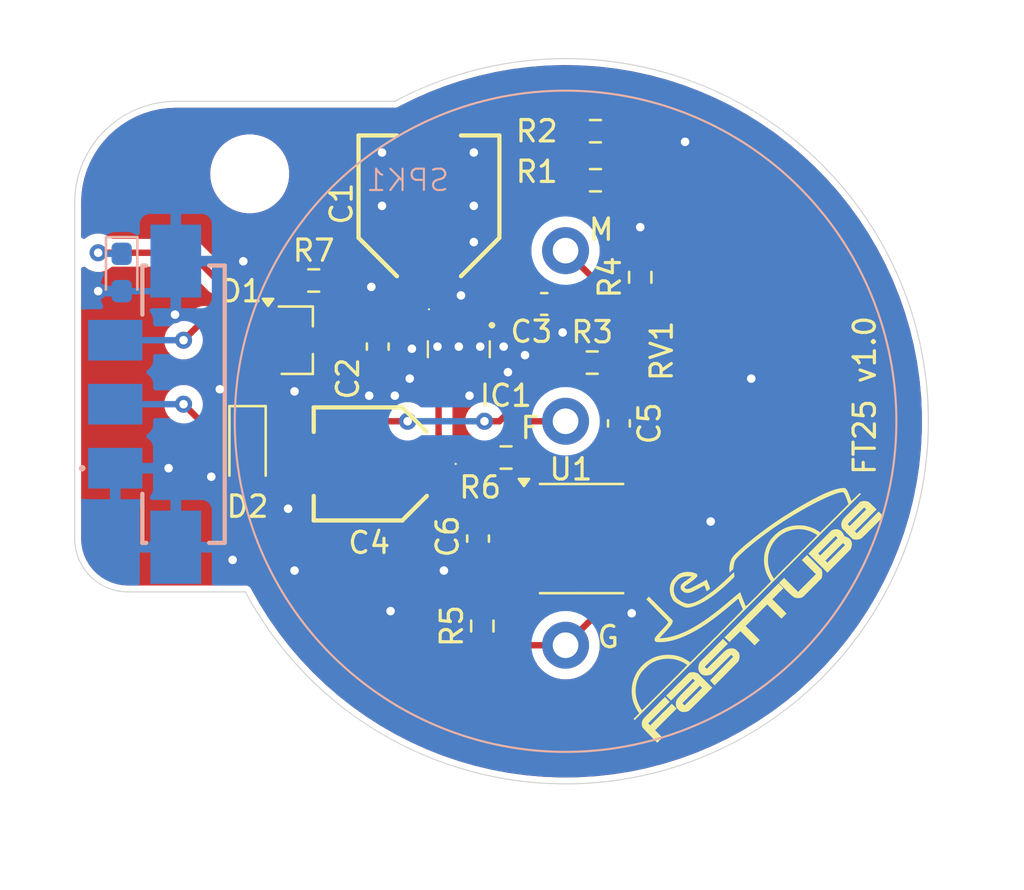
<source format=kicad_pcb>
(kicad_pcb
	(version 20240108)
	(generator "pcbnew")
	(generator_version "8.0")
	(general
		(thickness 1.6)
		(legacy_teardrops no)
	)
	(paper "A4")
	(layers
		(0 "F.Cu" signal)
		(31 "B.Cu" power)
		(32 "B.Adhes" user "B.Adhesive")
		(33 "F.Adhes" user "F.Adhesive")
		(34 "B.Paste" user)
		(35 "F.Paste" user)
		(37 "F.SilkS" user "F.Silkscreen")
		(38 "B.Mask" user)
		(39 "F.Mask" user)
		(40 "Dwgs.User" user "User.Drawings")
		(41 "Cmts.User" user "User.Comments")
		(42 "Eco1.User" user "User.Eco1")
		(43 "Eco2.User" user "User.Eco2")
		(44 "Edge.Cuts" user)
		(45 "Margin" user)
		(46 "B.CrtYd" user "B.Courtyard")
		(47 "F.CrtYd" user "F.Courtyard")
		(48 "B.Fab" user)
		(49 "F.Fab" user)
		(50 "User.1" user)
		(51 "User.2" user)
		(52 "User.3" user)
		(53 "User.4" user)
		(54 "User.5" user)
		(55 "User.6" user)
		(56 "User.7" user)
		(57 "User.8" user)
		(58 "User.9" user)
	)
	(setup
		(stackup
			(layer "F.SilkS"
				(type "Top Silk Screen")
			)
			(layer "F.Paste"
				(type "Top Solder Paste")
			)
			(layer "F.Mask"
				(type "Top Solder Mask")
				(thickness 0.01)
			)
			(layer "F.Cu"
				(type "copper")
				(thickness 0.035)
			)
			(layer "dielectric 1"
				(type "core")
				(thickness 1.51)
				(material "FR4")
				(epsilon_r 4.5)
				(loss_tangent 0.02)
			)
			(layer "B.Cu"
				(type "copper")
				(thickness 0.035)
			)
			(layer "B.Mask"
				(type "Bottom Solder Mask")
				(thickness 0.01)
			)
			(layer "B.Paste"
				(type "Bottom Solder Paste")
			)
			(layer "dielectric 2"
				(type "Bottom Silk Screen")
				(thickness 0)
				(material "FR4")
				(epsilon_r 4.5)
				(loss_tangent 0.02)
			)
			(copper_finish "None")
			(dielectric_constraints no)
		)
		(pad_to_mask_clearance 0)
		(allow_soldermask_bridges_in_footprints no)
		(pcbplotparams
			(layerselection 0x00010fc_ffffffff)
			(plot_on_all_layers_selection 0x0000000_00000000)
			(disableapertmacros no)
			(usegerberextensions no)
			(usegerberattributes yes)
			(usegerberadvancedattributes yes)
			(creategerberjobfile yes)
			(dashed_line_dash_ratio 12.000000)
			(dashed_line_gap_ratio 3.000000)
			(svgprecision 4)
			(plotframeref no)
			(viasonmask no)
			(mode 1)
			(useauxorigin no)
			(hpglpennumber 1)
			(hpglpenspeed 20)
			(hpglpendiameter 15.000000)
			(pdf_front_fp_property_popups yes)
			(pdf_back_fp_property_popups yes)
			(dxfpolygonmode yes)
			(dxfimperialunits yes)
			(dxfusepcbnewfont yes)
			(psnegative no)
			(psa4output no)
			(plotreference yes)
			(plotvalue yes)
			(plotfptext yes)
			(plotinvisibletext no)
			(sketchpadsonfab no)
			(subtractmaskfromsilk no)
			(outputformat 1)
			(mirror no)
			(drillshape 1)
			(scaleselection 1)
			(outputdirectory "")
		)
	)
	(net 0 "")
	(net 1 "VDD")
	(net 2 "GND")
	(net 3 "Net-(U1-FEED)")
	(net 4 "Net-(SPK1-M)")
	(net 5 "+24V")
	(net 6 "Net-(U1-HRNEN)")
	(net 7 "Net-(IC1-EN{slash}ADJ)")
	(net 8 "/SIG")
	(net 9 "Net-(SPK1-G)")
	(net 10 "Net-(SPK1-F)")
	(net 11 "Net-(D1-A)")
	(net 12 "unconnected-(U1-NC-Pad1)")
	(net 13 "unconnected-(U1-NC-Pad3)")
	(net 14 "Net-(R1-Pad2)")
	(net 15 "Net-(D3-K)")
	(footprint "Capacitor_SMD:C_0603_1608Metric_Pad1.08x0.95mm_HandSolder" (layer "F.Cu") (at 141.2 96.5 -90))
	(footprint "Capacitor_SMD:C_0603_1608Metric_Pad1.08x0.95mm_HandSolder" (layer "F.Cu") (at 145.9 105.5 90))
	(footprint "LOGO" (layer "F.Cu") (at 157.785054 107.960449 45))
	(footprint "Resistor_SMD:R_0603_1608Metric_Pad0.98x0.95mm_HandSolder" (layer "F.Cu") (at 146.1 109.6 90))
	(footprint "soundbox:06TR4FA104DPR" (layer "F.Cu") (at 159 95.5))
	(footprint "Capacitor_SMD:C_0603_1608Metric_Pad1.08x0.95mm_HandSolder" (layer "F.Cu") (at 149 94.5 180))
	(footprint "Resistor_SMD:R_0603_1608Metric_Pad0.98x0.95mm_HandSolder" (layer "F.Cu") (at 153.5 93.25 90))
	(footprint "soundbox:PG-SCT595-5" (layer "F.Cu") (at 145 96.5 180))
	(footprint "soundbox:EEE0GA101SR" (layer "F.Cu") (at 140.85 102 180))
	(footprint "Resistor_SMD:R_0603_1608Metric_Pad0.98x0.95mm_HandSolder" (layer "F.Cu") (at 147.2125 101.7))
	(footprint "Resistor_SMD:R_0603_1608Metric_Pad0.98x0.95mm_HandSolder" (layer "F.Cu") (at 151.4 88.7))
	(footprint "Package_TO_SOT_SMD:SOT-23_Handsoldering" (layer "F.Cu") (at 137.4 96.2))
	(footprint "Package_SO:SOIC-8_3.9x4.9mm_P1.27mm" (layer "F.Cu") (at 150.75 105.5))
	(footprint "soundbox:EEE1AA101SP" (layer "F.Cu") (at 143.6 89.9 90))
	(footprint "Resistor_SMD:R_0603_1608Metric_Pad0.98x0.95mm_HandSolder" (layer "F.Cu") (at 151.25 97.25))
	(footprint "Capacitor_SMD:C_0603_1608Metric_Pad1.08x0.95mm_HandSolder" (layer "F.Cu") (at 152.5 100.1 -90))
	(footprint "Diode_SMD:D_SOD-323_HandSoldering" (layer "F.Cu") (at 135.1 101.3 -90))
	(footprint "MountingHole:MountingHole_3.2mm_M3_DIN965" (layer "F.Cu") (at 135.2 88.4))
	(footprint "Resistor_SMD:R_0603_1608Metric_Pad0.98x0.95mm_HandSolder" (layer "F.Cu") (at 138.2 93.4))
	(footprint "Resistor_SMD:R_0603_1608Metric_Pad0.98x0.95mm_HandSolder" (layer "F.Cu") (at 151.4 86.4))
	(footprint "soundbox:TE Micro-Mate-N-Lok 1x03" (layer "B.Cu") (at 132.1 99.2 -90))
	(footprint "LED_SMD:LED_0603_1608Metric_Pad1.05x0.95mm_HandSolder" (layer "B.Cu") (at 129.2 93.025 -90))
	(footprint "soundbox:CPT-3016-105T" (layer "B.Cu") (at 150 100 180))
	(gr_arc
		(start 127 89.75)
		(mid 128.391243 86.391243)
		(end 131.75 85)
		(stroke
			(width 0.05)
			(type default)
		)
		(layer "Edge.Cuts")
		(uuid "0c9499f7-3257-4d1a-ab45-d3dea9659961")
	)
	(gr_line
		(start 131.75 85)
		(end 142 85)
		(stroke
			(width 0.05)
			(type default)
		)
		(layer "Edge.Cuts")
		(uuid "145b8ce2-1cdf-402f-8341-2813b341aab6")
	)
	(gr_line
		(start 127 89.75)
		(end 127 105.5)
		(stroke
			(width 0.05)
			(type default)
		)
		(layer "Edge.Cuts")
		(uuid "5702bfe5-fa35-42f9-b66d-dc1faf38af9f")
	)
	(gr_line
		(start 129.5 108)
		(end 135 108)
		(stroke
			(width 0.05)
			(type default)
		)
		(layer "Edge.Cuts")
		(uuid "7ce022d5-3481-46fd-850f-fa99ac5c91eb")
	)
	(gr_arc
		(start 142 85)
		(mid 166.263456 104.949746)
		(end 135.000001 108.000003)
		(stroke
			(width 0.05)
			(type default)
		)
		(layer "Edge.Cuts")
		(uuid "8a2c619c-8626-4af2-8c59-1422d0ba61b9")
	)
	(gr_arc
		(start 129.5 108)
		(mid 127.732233 107.267767)
		(end 127 105.5)
		(stroke
			(width 0.05)
			(type default)
		)
		(layer "Edge.Cuts")
		(uuid "e1634623-b024-4caa-9d4d-69a765686d49")
	)
	(gr_rect
		(start 127 83)
		(end 167 117)
		(stroke
			(width 0.01)
			(type default)
		)
		(fill none)
		(layer "User.1")
		(uuid "39b0a146-c4d4-4256-ae48-acf0ec4d99bd")
	)
	(gr_text "FT25 v1.0"
		(at 164.6 102.6 90)
		(layer "F.SilkS")
		(uuid "0568cae2-bee3-4247-bec4-4aec8861298f")
		(effects
			(font
				(size 1 1)
				(thickness 0.15)
			)
			(justify left bottom)
		)
	)
	(segment
		(start 144.05 100.6)
		(end 144.05 101.8)
		(width 0.3)
		(layer "F.Cu")
		(net 1)
		(uuid "0200de1e-f1d3-475e-904f-1ae67260540b")
	)
	(segment
		(start 144.05 103.45)
		(end 144.05 102.35)
		(width 0.3)
		(layer "F.Cu")
		(net 1)
		(uuid "0bc4b59f-3030-465f-99e6-8a96f1d37eff")
	)
	(segment
		(start 148.275 104.865)
		(end 146.1275 104.865)
		(width 0.3)
		(layer "F.Cu")
		(net 1)
		(uuid "4fcf3739-2429-46db-a6eb-520af12c0900")
	)
	(segment
		(start 144 97.75)
		(end 144.05 97.7)
		(width 0.3)
		(layer "F.Cu")
		(net 1)
		(uuid "b57598a9-8b18-4e03-89c1-05fa95734452")
	)
	(segment
		(start 144.05 97.7)
		(end 144.05 100.6)
		(width 0.3)
		(layer "F.Cu")
		(net 1)
		(uuid "b5e77050-d7d3-4d83-9482-2923ce921046")
	)
	(segment
		(start 142.85 101.8)
		(end 144.05 101.8)
		(width 0.3)
		(layer "F.Cu")
		(net 1)
		(uuid "b743f3e9-4660-4641-8a39-1aa2c34a7ec6")
	)
	(segment
		(start 144.05 102.35)
		(end 143.7 102)
		(width 0.3)
		(layer "F.Cu")
		(net 1)
		(uuid "c5bb5a80-74ea-46d0-bfec-228c952e0dc7")
	)
	(segment
		(start 145.9 104.6375)
		(end 145.2375 104.6375)
		(width 0.3)
		(layer "F.Cu")
		(net 1)
		(uuid "cd55c0ae-b94b-4f6e-88d8-0819b3376a66")
	)
	(segment
		(start 145.2375 104.6375)
		(end 144.05 103.45)
		(width 0.3)
		(layer "F.Cu")
		(net 1)
		(uuid "ea5494ea-c94c-4637-880a-57b8847c4db0")
	)
	(segment
		(start 146.1275 104.865)
		(end 145.9 104.6375)
		(width 0.3)
		(layer "F.Cu")
		(net 1)
		(uuid "f2ef52aa-2e6f-4866-8b2f-5ded5050ff85")
	)
	(segment
		(start 149.8625 95.8375)
		(end 149.8625 94.5)
		(width 0.3)
		(layer "F.Cu")
		(net 2)
		(uuid "71920597-7374-42a3-8e56-7b58da0dcf27")
	)
	(segment
		(start 144.9375 106.3625)
		(end 145.9 106.3625)
		(width 0.3)
		(layer "F.Cu")
		(net 2)
		(uuid "94618711-fb25-45c9-ba6d-6bf0757c171e")
	)
	(segment
		(start 144.3 107)
		(end 144.9375 106.3625)
		(width 0.3)
		(layer "F.Cu")
		(net 2)
		(uuid "de745790-ac23-4005-8032-b29fb642955f")
	)
	(via
		(at 155.6 86.9)
		(size 0.8)
		(drill 0.4)
		(layers "F.Cu" "B.Cu")
		(free yes)
		(net 2)
		(uuid "06a1a750-8536-4cf8-9192-35bc867304a9")
	)
	(via
		(at 145.7 91.6)
		(size 0.8)
		(drill 0.4)
		(layers "F.Cu" "B.Cu")
		(free yes)
		(net 2)
		(uuid "0db306fa-f0a3-4a00-87b1-7ed6fd918b81")
	)
	(via
		(at 140.8 98.8)
		(size 0.8)
		(drill 0.4)
		(layers "F.Cu" "B.Cu")
		(free yes)
		(net 2)
		(uuid "11677aed-5d35-4c15-8c41-230ac25975ee")
	)
	(via
		(at 142 98.8)
		(size 0.8)
		(drill 0.4)
		(layers "F.Cu" "B.Cu")
		(free yes)
		(net 2)
		(uuid "1634c358-6587-4d9e-a4c2-90a5ab1faafd")
	)
	(via
		(at 147.3 97.7)
		(size 0.8)
		(drill 0.4)
		(layers "F.Cu" "B.Cu")
		(free yes)
		(net 2)
		(uuid "1a418d52-d221-44b1-ad1d-91e97992ecb3")
	)
	(via
		(at 134.9 92.5)
		(size 0.8)
		(drill 0.4)
		(layers "F.Cu" "B.Cu")
		(free yes)
		(net 2)
		(uuid "1ae7c5ac-d660-4ab3-b3fa-65cf1c02d49f")
	)
	(via
		(at 141.4 87.4)
		(size 0.8)
		(drill 0.4)
		(layers "F.Cu" "B.Cu")
		(free yes)
		(net 2)
		(uuid "242c131a-7b58-4e7b-a56b-1eff90940cb4")
	)
	(via
		(at 142.7 98)
		(size 0.8)
		(drill 0.4)
		(layers "F.Cu" "B.Cu")
		(free yes)
		(net 2)
		(uuid "25345f8f-538d-46a3-b8d8-5a868b8a4bca")
	)
	(via
		(at 144.3 107)
		(size 0.8)
		(drill 0.4)
		(layers "F.Cu" "B.Cu")
		(net 2)
		(uuid "2a82b6e4-3e60-41fd-bd5d-f6a27f31de3c")
	)
	(via
		(at 134.4 106.5)
		(size 0.8)
		(drill 0.4)
		(layers "F.Cu" "B.Cu")
		(free yes)
		(net 2)
		(uuid "40f43ec0-ad56-49ad-9da1-70b7a7e2a5b3")
	)
	(via
		(at 153.5 90.9)
		(size 0.8)
		(drill 0.4)
		(layers "F.Cu" "B.Cu")
		(free yes)
		(net 2)
		(uuid "59e64dbd-0451-436f-844e-4c0d273598ba")
	)
	(via
		(at 148.1 96.9)
		(size 0.8)
		(drill 0.4)
		(layers "F.Cu" "B.Cu")
		(free yes)
		(net 2)
		(uuid "69cbc453-a834-432c-a06f-6af5e0115401")
	)
	(via
		(at 145 96.5)
		(size 0.8)
		(drill 0.4)
		(layers "F.Cu" "B.Cu")
		(free yes)
		(net 2)
		(uuid "6a66460c-c4ed-4cbb-ad75-8721cfb01e79")
	)
	(via
		(at 153.1 109)
		(size 0.8)
		(drill 0.4)
		(layers "F.Cu" "B.Cu")
		(free yes)
		(net 2)
		(uuid "7fa75b93-3a54-4ab9-823b-8664220d8fc0")
	)
	(via
		(at 137 104.1)
		(size 0.8)
		(drill 0.4)
		(layers "F.Cu" "B.Cu")
		(free yes)
		(net 2)
		(uuid "83ee66e4-35b7-421f-bd51-e9232ebc2f9c")
	)
	(via
		(at 145.7 87.4)
		(size 0.8)
		(drill 0.4)
		(layers "F.Cu" "B.Cu")
		(free yes)
		(net 2)
		(uuid "87ee8f62-5586-4ec4-bf64-4d8e7f4f3c00")
	)
	(via
		(at 142.8 96.6)
		(size 0.8)
		(drill 0.4)
		(layers "F.Cu" "B.Cu")
		(free yes)
		(net 2)
		(uuid "88f446c1-03c1-4aaf-8c6d-a532e3fea711")
	)
	(via
		(at 133.4 102.6)
		(size 0.8)
		(drill 0.4)
		(layers "F.Cu" "B.Cu")
		(free yes)
		(net 2)
		(uuid "92246a78-6004-4e5e-8693-ea3615729c12")
	)
	(via
		(at 131.4 102.2)
		(size 0.8)
		(drill 0.4)
		(layers "F.Cu" "B.Cu")
		(free yes)
		(net 2)
		(uuid "94bb3951-fb1a-46ff-acb9-ecec1cf0b654")
	)
	(via
		(at 140.9 93.7)
		(size 0.8)
		(drill 0.4)
		(layers "F.Cu" "B.Cu")
		(free yes)
		(net 2)
		(uuid "992c7461-a546-414a-83a3-be9358a4ffe2")
	)
	(via
		(at 145.7 89.9)
		(size 0.8)
		(drill 0.4)
		(layers "F.Cu" "B.Cu")
		(free yes)
		(net 2)
		(uuid "afb24003-5dc5-4adf-9efe-5e0f83e92297")
	)
	(via
		(at 145.1 94.1)
		(size 0.8)
		(drill 0.4)
		(layers "F.Cu" "B.Cu")
		(free yes)
		(net 2)
		(uuid "b57f5c0c-c97f-4e02-83ff-2ef698d42b64")
	)
	(via
		(at 145.5 98.8)
		(size 0.8)
		(drill 0.4)
		(layers "F.Cu" "B.Cu")
		(free yes)
		(net 2)
		(uuid "b5ab2b73-4634-4e0e-855d-42a626e2a677")
	)
	(via
		(at 158.7 98)
		(size 0.8)
		(drill 0.4)
		(layers "F.Cu" "B.Cu")
		(free yes)
		(net 2)
		(uuid "b76a2fc2-0f04-4ac7-8040-3c68efea3aaa")
	)
	(via
		(at 137.3 107)
		(size 0.8)
		(drill 0.4)
		(layers "F.Cu" "B.Cu")
		(free yes)
		(net 2)
		(uuid "b84a5bb6-38b6-489a-88d5-f98f5bcf4f0a")
	)
	(via
		(at 128.1 93.9)
		(size 0.8)
		(drill 0.4)
		(layers "F.Cu" "B.Cu")
		(free yes)
		(net 2)
		(uuid "c6f53ace-18f2-4464-867c-521c9da61925")
	)
	(via
		(at 141.4 89.9)
		(size 0.8)
		(drill 0.4)
		(layers "F.Cu" "B.Cu")
		(free yes)
		(net 2)
		(uuid "ce35d305-acce-470c-a782-1e723ff90853")
	)
	(via
		(at 146 96.5)
		(size 0.8)
		(drill 0.4)
		(layers "F.Cu" "B.Cu")
		(free yes)
		(net 2)
		(uuid "ce89bd32-5eb5-4729-8660-e03d2d9f2e18")
	)
	(via
		(at 147.1 96.5)
		(size 0.8)
		(drill 0.4)
		(layers "F.Cu" "B.Cu")
		(free yes)
		(net 2)
		(uuid "d6efebd2-3405-41b1-bc0d-84897ffc75fb")
	)
	(via
		(at 131.7 95)
		(size 0.8)
		(drill 0.4)
		(layers "F.Cu" "B.Cu")
		(free yes)
		(net 2)
		(uuid "d7aa9736-678b-4114-bba8-f45e0afe47b8")
	)
	(via
		(at 149.8625 95.8375)
		(size 0.8)
		(drill 0.4)
		(layers "F.Cu" "B.Cu")
		(free yes)
		(net 2)
		(uuid "d8f12fb1-bcf4-4713-a92c-8cd19cfe334a")
	)
	(via
		(at 156.8 104.7)
		(size 0.8)
		(drill 0.4)
		(layers "F.Cu" "B.Cu")
		(free yes)
		(net 2)
		(uuid "db890ffb-38c3-4b56-bb01-106cd42901c5")
	)
	(via
		(at 144 96.5)
		(size 0.8)
		(drill 0.4)
		(layers "F.Cu" "B.Cu")
		(free yes)
		(net 2)
		(uuid "dcf1182a-9346-40f1-9a54-d1175b80aebf")
	)
	(via
		(at 141.8 108.9)
		(size 0.8)
		(drill 0.4)
		(layers "F.Cu" "B.Cu")
		(free yes)
		(net 2)
		(uuid "dee0939a-5e0d-4315-a470-5bde3c7fcd15")
	)
	(via
		(at 133.8 98.5)
		(size 0.8)
		(drill 0.4)
		(layers "F.Cu" "B.Cu")
		(free yes)
		(net 2)
		(uuid "e8553ab2-d140-422f-8e37-c9cd37b98698")
	)
	(via
		(at 137.3 98.6)
		(size 0.8)
		(drill 0.4)
		(layers "F.Cu" "B.Cu")
		(free yes)
		(net 2)
		(uuid "ecf13844-64d3-4d09-826f-01f2a3714814")
	)
	(segment
		(start 129.2 93.9)
		(end 128.1 93.9)
		(width 0.3)
		(layer "B.Cu")
		(net 2)
		(uuid "0cd55f2d-7311-4b5c-ba7a-e89fc8f4f5e2")
	)
	(segment
		(start 129.2 93.9)
		(end 130.9 93.9)
		(width 0.3)
		(layer "B.Cu")
		(net 2)
		(uuid "695536ad-dab6-488d-b9b0-7a98161ce5c4")
	)
	(segment
		(start 130.9 93.9)
		(end 131.7375 93.0625)
		(width 0.3)
		(layer "B.Cu")
		(net 2)
		(uuid "a1e3a54f-ef9b-4cb1-ad1f-f7b347cb09ab")
	)
	(segment
		(start 131.7375 93.0625)
		(end 131.7375 92.49)
		(width 0.3)
		(layer "B.Cu")
		(net 2)
		(uuid "bb0f4da9-66c2-4933-9835-f0fd5210320e")
	)
	(segment
		(start 149.9 106.9)
		(end 149.395 107.405)
		(width 0.3)
		(layer "F.Cu")
		(net 3)
		(uuid "072347fb-8a85-4b8b-9cdd-570becb73639")
	)
	(segment
		(start 149.7 103)
		(end 150.1 103)
		(width 0.3)
		(layer "F.Cu")
		(net 3)
		(uuid "11e8214e-b373-43c8-ae68-38b5e3213818")
	)
	(segment
		(start 152.1375 100.9625)
		(end 152.5 100.9625)
		(width 0.3)
		(layer "F.Cu")
		(net 3)
		(uuid "25f2b0a8-c502-408e-8164-4ce47b492466")
	)
	(segment
		(start 149.9 103.2)
		(end 150.1 103)
		(width 0.3)
		(layer "F.Cu")
		(net 3)
		(uuid "30c377f0-684f-4468-bc59-12db9983da53")
	)
	(segment
		(start 148.125 101.7)
		(end 148.4 101.7)
		(width 0.3)
		(layer "F.Cu")
		(net 3)
		(uuid "68a5e2c6-7d6d-4572-b044-716560f93b78")
	)
	(segment
		(start 149.395 107.405)
		(end 148.275 107.405)
		(width 0.3)
		(layer "F.Cu")
		(net 3)
		(uuid "743d24b5-976d-4645-9863-8a0ee42aafcc")
	)
	(segment
		(start 149.7 103)
		(end 149.9 103.2)
		(width 0.3)
		(layer "F.Cu")
		(net 3)
		(uuid "78005be2-efb6-4035-8dcc-eb81a73eb354")
	)
	(segment
		(start 150.1 103)
		(end 152.1375 100.9625)
		(width 0.3)
		(layer "F.Cu")
		(net 3)
		(uuid "8781c6ea-0942-46f3-9027-bf40e47d732e")
	)
	(segment
		(start 148.4 101.7)
		(end 149.7 103)
		(width 0.3)
		(layer "F.Cu")
		(net 3)
		(uuid "b404ab0a-8eff-45cf-aa85-93b0c45359af")
	)
	(segment
		(start 148.275 107.405)
		(end 146.695 107.405)
		(width 0.3)
		(layer "F.Cu")
		(net 3)
		(uuid "b7f262e9-2b47-4bf3-b8ee-027a7b5af4f2")
	)
	(segment
		(start 146.1 108)
		(end 146.1 108.6875)
		(width 0.3)
		(layer "F.Cu")
		(net 3)
		(uuid "c9351f02-0ad6-4a13-8880-e8a5264c1232")
	)
	(segment
		(start 149.9 103.2)
		(end 149.9 106.9)
		(width 0.3)
		(layer "F.Cu")
		(net 3)
		(uuid "cb404238-cfe4-4c89-80e5-10dbaa60b65d")
	)
	(segment
		(start 146.695 107.405)
		(end 146.1 108)
		(width 0.3)
		(layer "F.Cu")
		(net 3)
		(uuid "dfaba7fd-470f-4ac3-a265-6437310b768d")
	)
	(segment
		(start 152.4375 99.2375)
		(end 151.25 98.05)
		(width 0.3)
		(layer "F.Cu")
		(net 4)
		(uuid "16673ef8-2781-4e29-9ce0-ce8e17a8506f")
	)
	(segment
		(start 151.8 103.2)
		(end 153.4 101.6)
		(width 0.3)
		(layer "F.Cu")
		(net 4)
		(uuid "3da75233-b6b6-4c1f-b236-e40923ca1e21")
	)
	(segment
		(start 151.25 93.25)
		(end 150 92)
		(width 0.3)
		(layer "F.Cu")
		(net 4)
		(uuid "65a1f3a9-a9a4-4ebb-ac3b-643abefa83e6")
	)
	(segment
		(start 153.225 104.865)
		(end 152.365 104.865)
		(width 0.3)
		(layer "F.Cu")
		(net 4)
		(uuid "70d18280-a1a2-4a91-932e-2683647e553b")
	)
	(segment
		(start 151.8 104.3)
		(end 151.8 103.2)
		(width 0.3)
		(layer "F.Cu")
		(net 4)
		(uuid "93c204e2-e82a-439a-8e55-cfd5c3a86dd5")
	)
	(segment
		(start 153.4 100.1375)
		(end 152.5 99.2375)
		(width 0.3)
		(layer "F.Cu")
		(net 4)
		(uuid "9d75660a-4465-4fd8-b749-fa8c264b29dc")
	)
	(segment
		(start 152.5 99.2375)
		(end 152.4375 99.2375)
		(width 0.3)
		(layer "F.Cu")
		(net 4)
		(uuid "a6446cac-3f7e-47c6-8ffe-f93642c45dd3")
	)
	(segment
		(start 153.4 101.6)
		(end 153.4 100.1375)
		(width 0.3)
		(layer "F.Cu")
		(net 4)
		(uuid "d29ca72d-fd75-4e63-a9ef-bb7bfd16a48c")
	)
	(segment
		(start 151.25 98.05)
		(end 151.25 93.25)
		(width 0.3)
		(layer "F.Cu")
		(net 4)
		(uuid "f5fbbc68-e833-4c48-80bb-defc46a5cc2a")
	)
	(segment
		(start 152.365 104.865)
		(end 151.8 104.3)
		(width 0.3)
		(layer "F.Cu")
		(net 4)
		(uuid "fda7703d-c832-413a-bf81-807f5eea4c8c")
	)
	(segment
		(start 139.1125 95.9875)
		(end 138.9 96.2)
		(width 0.3)
		(layer "F.Cu")
		(net 5)
		(uuid "0c680efc-7feb-42ee-a649-48367faca43c")
	)
	(segment
		(start 147.7 92)
		(end 147.7 91)
		(width 0.3)
		(layer "F.Cu")
		(net 5)
		(uuid "1714de18-f19e-4a1d-9fcb-abbc4390ca85")
	)
	(segment
		(start 141.5875 95.25)
		(end 144 95.25)
		(width 0.3)
		(layer "F.Cu")
		(net 5)
		(uuid "3cdd5ae0-fe74-40b7-91eb-253b46d6524f")
	)
	(segment
		(start 143.6 94.4)
		(end 144.05 94.85)
		(width 0.3)
		(layer "F.Cu")
		(net 5)
		(uuid "5cfb3353-0791-41e6-bccb-971103ac1a26")
	)
	(segment
		(start 139.1125 93.4)
		(end 139.1125 95.9875)
		(width 0.3)
		(layer "F.Cu")
		(net 5)
		(uuid "5d30a03b-2cd2-463f-ac74-ba9c1ef6597b")
	)
	(segment
		(start 144.05 94.85)
		(end 144.05 95.3)
		(width 0.3)
		(layer "F.Cu")
		(net 5)
		(uuid "621ce208-3109-48a3-945d-31c8a7be375d")
	)
	(segment
		(start 140.1125 95.6375)
		(end 141.2 95.6375)
		(width 0.3)
		(layer "F.Cu")
		(net 5)
		(uuid "741a27be-6162-47b2-ad04-96fb7ac0b279")
	)
	(segment
		(start 144.3 93.1)
		(end 146.6 93.1)
		(width 0.3)
		(layer "F.Cu")
		(net 5)
		(uuid "7d813ea8-5ed9-49a4-98e1-c2993e25371a")
	)
	(segment
		(start 150 88.7)
		(end 150.4875 88.7)
		(width 0.3)
		(layer "F.Cu")
		(net 5)
		(uuid "91449544-3d85-43bf-892d-142f30243a74")
	)
	(segment
		(start 146.6 93.1)
		(end 147.7 92)
		(width 0.3)
		(layer "F.Cu")
		(net 5)
		(uuid "a21a02bd-2759-401c-b257-6fddf78b91b4")
	)
	(segment
		(start 147.7 91)
		(end 150 88.7)
		(width 0.3)
		(layer "F.Cu")
		(net 5)
		(uuid "b0d0a533-03d1-4d10-9c9d-275a057f1864")
	)
	(segment
		(start 138.9 96.2)
		(end 139.55 96.2)
		(width 0.3)
		(layer "F.Cu")
		(net 5)
		(uuid "bd107eda-4f5e-4951-931b-0b65bc3ea725")
	)
	(segment
		(start 143.6 92.4)
		(end 144.3 93.1)
		(width 0.3)
		(layer "F.Cu")
		(net 5)
		(uuid "bdbf9fa0-e6ce-431f-be19-940864357b67")
	)
	(segment
		(start 141.2 95.6375)
		(end 141.5875 95.25)
		(width 0.3)
		(layer "F.Cu")
		(net 5)
		(uuid "c70a6765-40cc-46c1-a2d9-b3050acd3216")
	)
	(segment
		(start 139.55 96.2)
		(end 140.1125 95.6375)
		(width 0.3)
		(layer "F.Cu")
		(net 5)
		(uuid "e1a2c8d8-ddc3-4812-a16f-2c720999d104")
	)
	(segment
		(start 143.6 92.4)
		(end 143.6 94.4)
		(width 0.3)
		(layer "F.Cu")
		(net 5)
		(uuid "e50a271d-fbd0-4824-a5eb-2812063731a2")
	)
	(segment
		(start 150.4875 86.4)
		(end 150.4875 88.7)
		(width 0.3)
		(layer "F.Cu")
		(net 5)
		(uuid "e74d25ae-28d4-40ff-aaa6-db74846f4d2c")
	)
	(segment
		(start 152.1625 97.25)
		(end 154 99.0875)
		(width 0.3)
		(layer "F.Cu")
		(net 6)
		(uuid "3373c322-f050-48d0-bec9-783b14de9a20")
	)
	(segment
		(start 152.1625 97.25)
		(end 152.25 97.25)
		(width 0.3)
		(layer "F.Cu")
		(net 6)
		(uuid "52311879-8ed6-466b-bba9-44d036750aed")
	)
	(segment
		(start 154 102.82)
		(end 153.225 103.595)
		(width 0.3)
		(layer "F.Cu")
		(net 6)
		(uuid "5c9a70c6-3c37-4136-aee2-631c370f708c")
	)
	(segment
		(start 154 99.0875)
		(end 154 102.82)
		(width 0.3)
		(layer "F.Cu")
		(net 6)
		(uuid "e057f958-100b-4a61-bfb9-9d5cd19452f3")
	)
	(segment
		(start 153.5 96)
		(end 153.5 94.1625)
		(width 0.3)
		(layer "F.Cu")
		(net 6)
		(uuid "ef8cfd81-6cb9-4d71-b3bf-0610e509a439")
	)
	(segment
		(start 152.25 97.25)
		(end 153.5 96)
		(width 0.3)
		(layer "F.Cu")
		(net 6)
		(uuid "fa2f396c-09cf-4795-881a-85a4b4ae0039")
	)
	(segment
		(start 159 91.225)
		(end 157.525 89.75)
		(width 0.3)
		(layer "F.Cu")
		(net 7)
		(uuid "10e80ff1-24c9-4e99-a6ae-40c6b4da76d7")
	)
	(segment
		(start 145.95 95.3)
		(end 147.425 93.825)
		(width 0.3)
		(layer "F.Cu")
		(net 7)
		(uuid "69f64f3f-7002-47e9-8d79-e5b3fa90185e")
	)
	(segment
		(start 148.25 93)
		(end 147.425 93.825)
		(width 0.3)
		(layer "F.Cu")
		(net 7)
		(uuid "71a75b59-ac82-42df-ab4d-24534136247c")
	)
	(segment
		(start 149.75 89.75)
		(end 148.25 91.25)
		(width 0.3)
		(layer "F.Cu")
		(net 7)
		(uuid "7c187c0d-5463-49e4-b302-7e6b907a001c")
	)
	(segment
		(start 157.525 89.75)
		(end 149.75 89.75)
		(width 0.3)
		(layer "F.Cu")
		(net 7)
		(uuid "8caf3322-20bd-4792-87d4-2ac4b6e61f44")
	)
	(segment
		(start 148.1375 94.5)
		(end 148.1 94.5)
		(width 0.3)
		(layer "F.Cu")
		(net 7)
		(uuid "c7a1fbfd-de61-4daa-8cec-99339a910f45")
	)
	(segment
		(start 148.1 94.5)
		(end 147.425 93.825)
		(width 0.3)
		(layer "F.Cu")
		(net 7)
		(uuid "fb5c3ebe-ae4a-47c1-bc91-695929b1d538")
	)
	(segment
		(start 148.25 91.25)
		(end 148.25 93)
		(width 0.3)
		(layer "F.Cu")
		(net 7)
		(uuid "fd5ccc6b-1f50-4929-b1e8-f7fa3b79e0ff")
	)
	(segment
		(start 149.65 97.25)
		(end 150.3375 97.25)
		(width 0.3)
		(layer "F.Cu")
		(net 8)
		(uuid "49712491-cc98-417d-9fd7-6bea8419dd0f")
	)
	(segment
		(start 146.2 100)
		(end 146.9 100)
		(width 0.3)
		(layer "F.Cu")
		(net 8)
		(uuid "527f361a-886e-4d3e-b2f8-d2e7b77728ba")
	)
	(segment
		(start 132.9 100)
		(end 132.1 99.2)
		(width 0.3)
		(layer "F.Cu")
		(net 8)
		(uuid "5baef98e-5189-4eb0-8387-1bdec159583f")
	)
	(segment
		(start 142.6 100)
		(end 132.9 100)
		(width 0.3)
		(layer "F.Cu")
		(net 8)
		(uuid "c74e87f2-4beb-42a2-8bce-759a3bbe4814")
	)
	(segment
		(start 146.9 100)
		(end 149.65 97.25)
		(width 0.3)
		(layer "F.Cu")
		(net 8)
		(uuid "eab867c7-f470-4870-8085-66ac175dac89")
	)
	(via
		(at 146.2 100)
		(size 0.8)
		(drill 0.4)
		(layers "F.Cu" "B.Cu")
		(net 8)
		(uuid "3e77b714-44f3-4163-8c08-87f52830b850")
	)
	(via
		(at 142.6 100)
		(size 0.8)
		(drill 0.4)
		(layers "F.Cu" "B.Cu")
		(net 8)
		(uuid "5281ce56-3ddb-4cc6-af00-7d45d7765312")
	)
	(via
		(at 132.1 99.2)
		(size 0.8)
		(drill 0.4)
		(layers "F.Cu" "B.Cu")
		(net 8)
		(uuid "b37c375d-dd82-4e8f-af80-140a5bedd833")
	)
	(segment
		(start 132.1 99.2)
		(end 128.9 99.2)
		(width 0.3)
		(layer "B.Cu")
		(net 8)
		(uuid "550c766a-656c-4f02-959e-6002256314dc")
	)
	(segment
		(start 142.6 100)
		(end 146.2 100)
		(width 0.3)
		(layer "B.Cu")
		(net 8)
		(uuid "7f30ac41-d40b-4057-b41b-f5859121de8d")
	)
	(segment
		(start 146.1 110.5125)
		(end 146.1125 110.5)
		(width 0.3)
		(layer "F.Cu")
		(net 9)
		(uuid "0985b6fd-d180-4fc5-bce9-3d6204322516")
	)
	(segment
		(start 150 110.5)
		(end 151.3 109.2)
		(width 0.3)
		(layer "F.Cu")
		(net 9)
		(uuid "29833cd4-ae84-47c3-a086-4dfcd0ca3a64")
	)
	(segment
		(start 146.1125 110.5)
		(end 150 110.5)
		(width 0.3)
		(layer "F.Cu")
		(net 9)
		(uuid "924cc875-b40f-4c52-9192-86ac241c9175")
	)
	(segment
		(start 151.965 106.135)
		(end 153.225 106.135)
		(width 0.3)
		(layer "F.Cu")
		(net 9)
		(uuid "d32f4e74-f404-477c-91c6-11336f273e81")
	)
	(segment
		(start 151.3 109.2)
		(end 151.3 106.8)
		(width 0.3)
		(layer "F.Cu")
		(net 9)
		(uuid "e4c7c31e-d0bc-4d47-b7ae-acbdc347fd7a")
	)
	(segment
		(start 151.3 106.8)
		(end 151.965 106.135)
		(width 0.3)
		(layer "F.Cu")
		(net 9)
		(uuid "e78a7e10-98f9-4831-bed7-9f8aafb304a1")
	)
	(segment
		(start 148 100)
		(end 150 100)
		(width 0.3)
		(layer "F.Cu")
		(net 10)
		(uuid "3742acb2-820e-4999-be63-afbe5ee5925a")
	)
	(segment
		(start 146.3 101.7)
		(end 148 100)
		(width 0.3)
		(layer "F.Cu")
		(net 10)
		(uuid "85bef4ca-4201-41d1-8bbe-9a35f0aa61c3")
	)
	(segment
		(start 133.05 95.25)
		(end 132.1 96.2)
		(width 0.3)
		(layer "F.Cu")
		(net 11)
		(uuid "c05adb94-fcf2-46f2-9995-128d27f8e65d")
	)
	(segment
		(start 135.9 95.25)
		(end 133.05 95.25)
		(width 0.3)
		(layer "F.Cu")
		(net 11)
		(uuid "f2a95a8c-f339-4b8b-9434-a14fdffa8c9d")
	)
	(via
		(at 132.1 96.2)
		(size 0.8)
		(drill 0.4)
		(layers "F.Cu" "B.Cu")
		(net 11)
		(uuid "ec99fa40-5d9d-41a8-9fe6-5b497feb807a")
	)
	(segment
		(start 132.1 96.2)
		(end 128.9 96.2)
		(width 0.3)
		(layer "B.Cu")
		(net 11)
		(uuid "84b5106d-4355-40eb-8239-1ba06ac7f42a")
	)
	(segment
		(start 161.15 100.425)
		(end 161.15 89.95)
		(width 0.3)
		(layer "F.Cu")
		(net 14)
		(uuid "26979417-b786-4be8-984f-7d0738cdff24")
	)
	(segment
		(start 161.15 89.95)
		(end 159.9 88.7)
		(width 0.3)
		(layer "F.Cu")
		(net 14)
		(uuid "7718b055-c971-4cec-ab44-672e9f6976fc")
	)
	(segment
		(start 159.9 88.7)
		(end 152.3125 88.7)
		(width 0.3)
		(layer "F.Cu")
		(net 14)
		(uuid "8f63e3d9-dbb7-40be-853d-4d064e73fe36")
	)
	(segment
		(start 152.3125 86.4)
		(end 152.3125 88.7)
		(width 0.3)
		(layer "F.Cu")
		(net 14)
		(uuid "d1f80375-c994-4ac9-a326-cf0882761c94")
	)
	(segment
		(start 132.4 92.1)
		(end 133.7 93.4)
		(width 0.3)
		(layer "F.Cu")
		(net 15)
		(uuid "491fd4ca-186c-4fc1-8594-ba9a84878f43")
	)
	(segment
		(start 128.1 92.1)
		(end 132.4 92.1)
		(width 0.3)
		(layer "F.Cu")
		(net 15)
		(uuid "b53c70f5-29df-4bef-ad9d-d147fce60c95")
	)
	(segment
		(start 133.7 93.4)
		(end 137.2875 93.4)
		(width 0.3)
		(layer "F.Cu")
		(net 15)
		(uuid "db62fcb2-2b63-4611-a236-89202474a873")
	)
	(via
		(at 128.1 92.1)
		(size 0.8)
		(drill 0.4)
		(layers "F.Cu" "B.Cu")
		(net 15)
		(uuid "f4a19a0b-e130-4c3f-8df1-dd8a57e865aa")
	)
	(segment
		(start 129.2 92.15)
		(end 128.15 92.15)
		(width 0.3)
		(layer "B.Cu")
		(net 15)
		(uuid "03222ce5-a326-4457-99bd-d56656ecb526")
	)
	(segment
		(start 128.15 92.15)
		(end 128.1 92.1)
		(width 0.3)
		(layer "B.Cu")
		(net 15)
		(uuid "e4aeac96-58e7-412a-b1d2-b417bd587c3d")
	)
	(zone
		(net 2)
		(net_name "GND")
		(layers "F&B.Cu")
		(uuid "f9e29ff1-ed6b-4444-a671-19fb7397cf29")
		(hatch edge 0.5)
		(connect_pads
			(clearance 0.5)
		)
		(min_thickness 0.25)
		(filled_areas_thickness no)
		(fill yes
			(thermal_gap 0.5)
			(thermal_bridge_width 0.5)
		)
		(polygon
			(pts
				(xy 123.5 80.25) (xy 171.5 80.25) (xy 171.5 122) (xy 123.5 122)
			)
		)
		(filled_polygon
			(layer "F.Cu")
			(pts
				(xy 150.738849 83.316924) (xy 150.744832 83.317191) (xy 151.548128 83.372487) (xy 151.554089 83.373043)
				(xy 152.353772 83.467285) (xy 152.359713 83.468132) (xy 153.153872 83.601098) (xy 153.159756 83.602231)
				(xy 153.946502 83.773602) (xy 153.952355 83.775027) (xy 154.729831 83.984396) (xy 154.735607 83.986103)
				(xy 155.502 84.232982) (xy 155.507668 84.23496) (xy 155.996378 84.419032) (xy 156.2612 84.518778)
				(xy 156.266784 84.521038) (xy 156.498304 84.621332) (xy 157.005625 84.841104) (xy 157.011068 84.843621)
				(xy 157.733508 85.199198) (xy 157.738804 85.201966) (xy 158.173492 85.442812) (xy 158.443116 85.592202)
				(xy 158.448313 85.595248) (xy 159.132857 86.019234) (xy 159.137896 86.022528) (xy 159.360299 86.175704)
				(xy 159.801005 86.479232) (xy 159.805881 86.482768) (xy 160.446027 86.971133) (xy 160.450726 86.974901)
				(xy 161.066433 87.493804) (xy 161.070943 87.497797) (xy 161.652357 88.038211) (xy 161.660699 88.045964)
				(xy 161.665001 88.050162) (xy 161.833895 88.223176) (xy 162.227448 88.62633) (xy 162.23155 88.630741)
				(xy 162.55509 88.9961) (xy 162.753549 89.220212) (xy 162.765352 89.23354) (xy 162.769235 89.238145)
				(xy 163.273141 89.866165) (xy 163.276795 89.870953) (xy 163.749595 90.522686) (xy 163.753013 90.527646)
				(xy 164.193628 91.201602) (xy 164.1968 91.206723) (xy 164.604133 91.901226) (xy 164.607054 91.906494)
				(xy 164.980205 92.620006) (xy 164.982866 92.62541) (xy 165.32092 93.356186) (xy 165.323315 93.361712)
				(xy 165.625484 94.108047) (xy 165.627608 94.113684) (xy 165.893172 94.873799) (xy 165.89502 94.879532)
				(xy 166.123357 95.651644) (xy 166.124925 95.65746) (xy 166.315503 96.439774) (xy 166.316786 96.445659)
				(xy 166.469145 97.236287) (xy 166.470141 97.242228) (xy 166.583927 98.039332) (xy 166.584633 98.045314)
				(xy 166.659575 98.84699) (xy 166.65999 98.852999) (xy 166.695912 99.657391) (xy 166.696034 99.663413)
				(xy 166.692851 100.468574) (xy 166.692681 100.474595) (xy 166.650402 101.278658) (xy 166.64994 101.284664)
				(xy 166.56866 102.085749) (xy 166.567906 102.091725) (xy 166.447824 102.88789) (xy 166.446781 102.893823)
				(xy 166.288178 103.683215) (xy 166.286849 103.689089) (xy 166.090097 104.469857) (xy 166.088484 104.475661)
				(xy 165.854039 105.245979) (xy 165.852145 105.251697) (xy 165.580588 106.009666) (xy 165.57842 106.015286)
				(xy 165.270355 106.759223) (xy 165.267916 106.76473) (xy 164.924097 107.49281) (xy 164.921393 107.498193)
				(xy 164.54262 108.208717) (xy 164.539658 108.213962) (xy 164.126832 108.90525) (xy 164.123619 108.910345)
				(xy 163.677702 109.580779) (xy 163.674245 109.585712) (xy 163.196303 110.233691) (xy 163.192611 110.23845)
				(xy 162.68376 110.862462) (xy 162.679841 110.867037) (xy 162.141301 111.465586) (xy 162.137165 111.469964)
				(xy 161.57018 112.041668) (xy 161.565836 112.045841) (xy 160.971741 112.589351) (xy 160.967199 112.593307)
				(xy 160.347442 113.107299) (xy 160.342713 113.111031) (xy 159.698708 113.594334) (xy 159.693804 113.597831)
				(xy 159.027098 114.049283) (xy 159.02203 114.052538) (xy 158.334199 114.471074) (xy 158.328979 114.47408)
				(xy 157.621601 114.858736) (xy 157.616241 114.861484) (xy 156.891046 115.211323) (xy 156.885558 115.213808)
				(xy 156.144202 115.528026) (xy 156.138601 115.530241) (xy 155.382878 115.808082) (xy 155.377176 115.810022)
				(xy 154.608872 116.05083) (xy 154.603082 116.052492) (xy 153.823957 116.255713) (xy 153.818093 116.257091)
				(xy 153.030035 116.422233) (xy 153.024112 116.423325) (xy 152.22896 116.550002) (xy 152.22299 116.550805)
				(xy 151.422623 116.63872) (xy 151.416621 116.639232) (xy 150.612933 116.688174) (xy 150.606914 116.688394)
				(xy 149.801785 116.698251) (xy 149.795762 116.698178) (xy 148.991125 116.668924) (xy 148.985112 116.668559)
				(xy 148.182843 116.600265) (xy 148.176856 116.599609) (xy 147.378824 116.492431) (xy 147.372875 116.491484)
				(xy 146.581019 116.345685) (xy 146.575135 116.344453) (xy 146.143372 116.243056) (xy 145.79127 116.160367)
				(xy 145.785442 116.158848) (xy 145.011444 115.936912) (xy 145.005696 115.935111) (xy 144.243406 115.675856)
				(xy 144.237752 115.673779) (xy 143.488938 115.377807) (xy 143.483391 115.375457) (xy 143.323003 115.30287)
				(xy 142.749838 115.043471) (xy 142.744413 115.040855) (xy 142.027866 114.673648) (xy 142.022573 114.670772)
				(xy 141.324672 114.269181) (xy 141.319526 114.266051) (xy 140.641954 113.831046) (xy 140.636966 113.827669)
				(xy 139.981354 113.360298) (xy 139.976535 113.356684) (xy 139.344345 112.857989) (xy 139.339708 112.854144)
				(xy 138.732514 112.325365) (xy 138.728069 112.3213) (xy 138.147246 111.763635) (xy 138.143025 111.75938)
				(xy 137.751736 111.34534) (xy 137.589979 111.174177) (xy 137.585949 111.1697) (xy 137.279098 110.811669)
				(xy 137.06197 110.558326) (xy 137.058188 110.553691) (xy 136.564485 109.917552) (xy 136.560935 109.912741)
				(xy 136.098728 109.253406) (xy 136.095399 109.248403) (xy 136.072611 109.212283) (xy 135.665753 108.567395)
				(xy 135.662691 108.56227) (xy 135.285135 107.893968) (xy 135.281699 107.886916) (xy 135.263805 107.855924)
				(xy 135.261778 107.852273) (xy 135.242752 107.816598) (xy 135.242751 107.816596) (xy 135.211356 107.786355)
				(xy 135.2097 107.784729) (xy 135.184086 107.759115) (xy 135.174615 107.750965) (xy 135.174194 107.750559)
				(xy 135.144992 107.736362) (xy 135.13721 107.73223) (xy 135.115993 107.71998) (xy 135.113441 107.718923)
				(xy 135.094862 107.71199) (xy 135.088585 107.708938) (xy 135.067441 107.705994) (xy 135.05246 107.702955)
				(xy 135.039562 107.6995) (xy 135.039561 107.6995) (xy 135.029397 107.6995) (xy 135.012294 107.698315)
				(xy 134.994306 107.69581) (xy 134.98429 107.697589) (xy 134.962604 107.6995) (xy 129.503751 107.6995)
				(xy 129.496264 107.699274) (xy 129.242364 107.683915) (xy 129.2275 107.68211) (xy 128.981001 107.636938)
				(xy 128.966461 107.633354) (xy 128.727211 107.5588) (xy 128.713211 107.553491) (xy 128.48468 107.450638)
				(xy 128.471421 107.443679) (xy 128.275312 107.325127) (xy 128.256958 107.314031) (xy 128.244637 107.305527)
				(xy 128.047363 107.150972) (xy 128.036155 107.141042) (xy 127.858957 106.963844) (xy 127.849027 106.952636)
				(xy 127.79554 106.884365) (xy 127.694468 106.755356) (xy 127.68597 106.743045) (xy 127.621143 106.635808)
				(xy 127.55632 106.528578) (xy 127.549361 106.515319) (xy 127.446508 106.286788) (xy 127.441199 106.272788)
				(xy 127.413839 106.184989) (xy 127.366644 106.033536) (xy 127.363061 106.018998) (xy 127.317889 105.772499)
				(xy 127.316084 105.757635) (xy 127.315543 105.748699) (xy 127.300726 105.503736) (xy 127.3005 105.496249)
				(xy 127.3005 102.849986) (xy 134.100001 102.849986) (xy 134.110494 102.952697) (xy 134.165641 103.119119)
				(xy 134.165643 103.119124) (xy 134.257684 103.268345) (xy 134.381654 103.392315) (xy 134.530875 103.484356)
				(xy 134.53088 103.484358) (xy 134.697302 103.539505) (xy 134.697309 103.539506) (xy 134.800019 103.549999)
				(xy 135.35 103.549999) (xy 135.399972 103.549999) (xy 135.399986 103.549998) (xy 135.502697 103.539505)
				(xy 135.669119 103.484358) (xy 135.669124 103.484356) (xy 135.818345 103.392315) (xy 135.942315 103.268345)
				(xy 136.034356 103.119124) (xy 136.034358 103.119119) (xy 136.089505 102.952697) (xy 136.089506 102.95269)
				(xy 136.099999 102.849986) (xy 136.1 102.849973) (xy 136.1 102.847844) (xy 136.8 102.847844) (xy 136.806401 102.907372)
				(xy 136.806403 102.907379) (xy 136.856645 103.042086) (xy 136.856649 103.042093) (xy 136.942809 103.157187)
				(xy 136.942812 103.15719) (xy 137.057906 103.24335) (xy 137.057913 103.243354) (xy 137.19262 103.293596)
				(xy 137.192627 103.293598) (xy 137.252155 103.299999) (xy 137.252172 103.3) (xy 138.45 103.3) (xy 138.95 103.3)
				(xy 140.147828 103.3) (xy 140.147844 103.299999) (xy 140.207372 103.293598) (xy 140.207379 103.293596)
				(xy 140.342086 103.243354) (xy 140.342093 103.24335) (xy 140.457187 103.15719) (xy 140.45719 103.157187)
				(xy 140.54335 103.042093) (xy 140.543354 103.042086) (xy 140.593596 102.907379) (xy 140.593598 102.907372)
				(xy 140.599999 102.847844) (xy 140.6 102.847827) (xy 140.6 102.25) (xy 138.95 102.25) (xy 138.95 103.3)
				(xy 138.45 103.3) (xy 138.45 102.25) (xy 136.8 102.25) (xy 136.8 102.847844) (xy 136.1 102.847844)
				(xy 136.1 102.8) (xy 135.35 102.8) (xy 135.35 103.549999) (xy 134.800019 103.549999) (xy 134.849999 103.549998)
				(xy 134.85 103.549998) (xy 134.85 102.8) (xy 134.100001 102.8) (xy 134.100001 102.849986) (xy 127.3005 102.849986)
				(xy 127.3005 102.250013) (xy 134.1 102.250013) (xy 134.1 102.3) (xy 134.85 102.3) (xy 135.35 102.3)
				(xy 136.099999 102.3) (xy 136.099999 102.250028) (xy 136.099998 102.250013) (xy 136.089505 102.147302)
				(xy 136.034358 101.98088) (xy 136.034356 101.980875) (xy 135.942315 101.831654) (xy 135.818345 101.707684)
				(xy 135.669124 101.615643) (xy 135.669119 101.615641) (xy 135.502697 101.560494) (xy 135.50269 101.560493)
				(xy 135.399986 101.55) (xy 135.35 101.55) (xy 135.35 102.3) (xy 134.85 102.3) (xy 134.85 101.55)
				(xy 134.849999 101.549999) (xy 134.800029 101.55) (xy 134.800011 101.550001) (xy 134.697302 101.560494)
				(xy 134.53088 101.615641) (xy 134.530875 101.615643) (xy 134.381654 101.707684) (xy 134.257684 101.831654)
				(xy 134.165643 101.980875) (xy 134.165641 101.98088) (xy 134.110494 102.147302) (xy 134.110493 102.147309)
				(xy 134.1 102.250013) (xy 127.3005 102.250013) (xy 127.3005 92.875571) (xy 127.320185 92.808532)
				(xy 127.372989 92.762777) (xy 127.442147 92.752833) (xy 127.497381 92.775251) (xy 127.635461 92.875571)
				(xy 127.64727 92.884151) (xy 127.820192 92.961142) (xy 127.820197 92.961144) (xy 128.005354 93.0005)
				(xy 128.005355 93.0005) (xy 128.194644 93.0005) (xy 128.194646 93.0005) (xy 128.379803 92.961144)
				(xy 128.55273 92.884151) (xy 128.70409 92.774182) (xy 128.769896 92.750702) (xy 128.776975 92.7505)
				(xy 132.079192 92.7505) (xy 132.146231 92.770185) (xy 132.166873 92.786819) (xy 133.285325 93.905272)
				(xy 133.285332 93.905278) (xy 133.391868 93.976462) (xy 133.391874 93.976466) (xy 133.461221 94.005189)
				(xy 133.510256 94.025501) (xy 133.510259 94.025501) (xy 133.51026 94.025502) (xy 133.635928 94.0505)
				(xy 133.635931 94.0505) (xy 136.356792 94.0505) (xy 136.423831 94.070185) (xy 136.449415 94.09338)
				(xy 136.449553 94.093243) (xy 136.452352 94.096042) (xy 136.454055 94.097586) (xy 136.454655 94.098345)
				(xy 136.494129 94.137819) (xy 136.527614 94.199142) (xy 136.52263 94.268834) (xy 136.480758 94.324767)
				(xy 136.415294 94.349184) (xy 136.406448 94.3495) (xy 135.093384 94.3495) (xy 135.074145 94.351248)
				(xy 135.022807 94.355913) (xy 134.860393 94.406522) (xy 134.714813 94.494529) (xy 134.696162 94.513181)
				(xy 134.64616 94.563182) (xy 134.58484 94.596666) (xy 134.558481 94.5995) (xy 132.985929 94.5995)
				(xy 132.860261 94.624497) (xy 132.860255 94.624499) (xy 132.741874 94.673534) (xy 132.635326 94.744726)
				(xy 132.635325 94.744727) (xy 132.116873 95.263181) (xy 132.05555 95.296666) (xy 132.029192 95.2995)
				(xy 132.005354 95.2995) (xy 131.975183 95.305913) (xy 131.820197 95.338855) (xy 131.820192 95.338857)
				(xy 131.64727 95.415848) (xy 131.647265 95.415851) (xy 131.494129 95.527111) (xy 131.367466 95.667785)
				(xy 131.272821 95.831715) (xy 131.272818 95.831722) (xy 131.216364 96.005472) (xy 131.214326 96.011744)
				(xy 131.19454 96.2) (xy 131.214326 96.388256) (xy 131.214327 96.388259) (xy 131.272818 96.568277)
				(xy 131.272821 96.568284) (xy 131.367467 96.732216) (xy 131.443785 96.816975) (xy 131.494129 96.872888)
				(xy 131.647265 96.984148) (xy 131.64727 96.984151) (xy 131.820192 97.061142) (xy 131.820197 97.061144)
				(xy 132.005354 97.1005) (xy 132.005355 97.1005) (xy 132.194644 97.1005) (xy 132.194646 97.1005)
				(xy 132.379803 97.061144) (xy 132.55273 96.984151) (xy 132.705871 96.872888) (xy 132.832533 96.732216)
				(xy 132.927179 96.568284) (xy 132.985674 96.388256) (xy 132.999168 96.259855) (xy 133.025752 96.195242)
				(xy 133.034789 96.185155) (xy 133.283128 95.936816) (xy 133.34445 95.903334) (xy 133.370808 95.9005)
				(xy 134.558481 95.9005) (xy 134.62552 95.920185) (xy 134.646157 95.936814) (xy 134.714815 96.005472)
				(xy 134.850924 96.087753) (xy 134.861064 96.093883) (xy 134.908252 96.145411) (xy 134.92009 96.214271)
				(xy 134.892821 96.278599) (xy 134.861064 96.306117) (xy 134.714811 96.39453) (xy 134.59453 96.514811)
				(xy 134.506522 96.660393) (xy 134.455913 96.822807) (xy 134.4495 96.893386) (xy 134.4495 97.406613)
				(xy 134.455913 97.477192) (xy 134.506522 97.639606) (xy 134.59453 97.785188) (xy 134.714811 97.905469)
				(xy 134.714813 97.90547) (xy 134.714815 97.905472) (xy 134.860394 97.993478) (xy 135.022804 98.044086)
				(xy 135.093384 98.0505) (xy 135.093387 98.0505) (xy 136.706613 98.0505) (xy 136.706616 98.0505)
				(xy 136.777196 98.044086) (xy 136.939606 97.993478) (xy 137.085185 97.905472) (xy 137.205472 97.785185)
				(xy 137.249923 97.711654) (xy 140.225001 97.711654) (xy 140.235319 97.812652) (xy 140.289546 97.9763)
				(xy 140.289551 97.976311) (xy 140.380052 98.123034) (xy 140.380055 98.123038) (xy 140.501961 98.244944)
				(xy 140.501965 98.244947) (xy 140.648688 98.335448) (xy 140.648699 98.335453) (xy 140.812347 98.38968)
				(xy 140.913352 98.399999) (xy 140.95 98.399999) (xy 141.45 98.399999) (xy 141.48664 98.399999) (xy 141.486654 98.399998)
				(xy 141.587652 98.38968) (xy 141.7513 98.335453) (xy 141.751311 98.335448) (xy 141.898034 98.244947)
				(xy 141.898038 98.244944) (xy 142.019944 98.123038) (xy 142.019947 98.123034) (xy 142.110448 97.976311)
				(xy 142.110453 97.9763) (xy 142.16468 97.812652) (xy 142.174999 97.711654) (xy 142.175 97.711641)
				(xy 142.175 97.6125) (xy 141.45 97.6125) (xy 141.45 98.399999) (xy 140.95 98.399999) (xy 140.95 97.6125)
				(xy 140.225001 97.6125) (xy 140.225001 97.711654) (xy 137.249923 97.711654) (xy 137.293478 97.639606)
				(xy 137.344086 97.477196) (xy 137.3505 97.406616) (xy 137.3505 96.893384) (xy 137.349785 96.885519)
				(xy 137.363321 96.816975) (xy 137.411767 96.766629) (xy 137.479742 96.750467) (xy 137.545663 96.77362)
				(xy 137.579391 96.810146) (xy 137.594528 96.835185) (xy 137.59453 96.835188) (xy 137.714811 96.955469)
				(xy 137.714813 96.95547) (xy 137.714815 96.955472) (xy 137.860394 97.043478) (xy 138.022804 97.094086)
				(xy 138.093384 97.1005) (xy 138.093387 97.1005) (xy 139.706613 97.1005) (xy 139.706616 97.1005)
				(xy 139.777196 97.094086) (xy 139.939606 97.043478) (xy 140.036851 96.98469) (xy 140.104404 96.966855)
				(xy 140.170878 96.988372) (xy 140.215166 97.042413) (xy 140.225 97.090808) (xy 140.225 97.1125)
				(xy 142.174999 97.1125) (xy 142.174999 97.01336) (xy 142.174998 97.013345) (xy 142.16468 96.912347)
				(xy 142.110453 96.748699) (xy 142.110448 96.748688) (xy 142.019947 96.601965) (xy 142.019944 96.601961)
				(xy 142.006017 96.588034) (xy 141.972532 96.526711) (xy 141.977516 96.457019) (xy 142.006017 96.412672)
				(xy 142.02034 96.39835) (xy 142.110908 96.251516) (xy 142.165174 96.087753) (xy 142.169685 96.043597)
				(xy 142.172924 96.011897) (xy 142.199321 95.947205) (xy 142.256502 95.907054) (xy 142.296282 95.9005)
				(xy 143.441769 95.9005) (xy 143.508808 95.920185) (xy 143.51608 95.925233) (xy 143.607668 95.993795)
				(xy 143.607671 95.993797) (xy 143.638974 96.005472) (xy 143.742517 96.044091) (xy 143.802127 96.0505)
				(xy 144.297872 96.050499) (xy 144.357483 96.044091) (xy 144.394879 96.030142) (xy 144.464571 96.025158)
				(xy 144.481548 96.030142) (xy 144.517623 96.043597) (xy 144.517627 96.043598) (xy 144.577155 96.049999)
				(xy 144.577172 96.05) (xy 144.75 96.05) (xy 144.75 95.609167) (xy 144.750427 95.601188) (xy 144.750322 95.601183)
				(xy 144.750497 95.597898) (xy 144.7505 95.597873) (xy 144.750499 95.002128) (xy 144.750498 95.002127)
				(xy 144.750321 94.998805) (xy 144.750426 94.998799) (xy 144.75 94.990836) (xy 144.75 94.55) (xy 144.744357 94.544357)
				(xy 144.710872 94.483034) (xy 144.715856 94.413342) (xy 144.752221 94.364763) (xy 144.751275 94.363817)
				(xy 144.757542 94.357548) (xy 144.757546 94.357546) (xy 144.843796 94.242331) (xy 144.894091 94.107483)
				(xy 144.9005 94.047873) (xy 144.9005 93.8745) (xy 144.920185 93.807461) (xy 144.972989 93.761706)
				(xy 145.0245 93.7505) (xy 146.280192 93.7505) (xy 146.347231 93.770185) (xy 146.392986 93.822989)
				(xy 146.40293 93.892147) (xy 146.373905 93.955703) (xy 146.367873 93.962181) (xy 145.816871 94.513181)
				(xy 145.755548 94.546666) (xy 145.729194 94.5495) (xy 145.702132 94.5495) (xy 145.702122 94.549501)
				(xy 145.642518 94.555908) (xy 145.605116 94.569858) (xy 145.535424 94.574841) (xy 145.518453 94.569857)
				(xy 145.482382 94.556403) (xy 145.482372 94.556401) (xy 145.422844 94.55) (xy 145.25 94.55) (xy 145.25 94.990826)
				(xy 145.249572 94.998798) (xy 145.249678 94.998804) (xy 145.2495 95.002128) (xy 145.2495 95.597863)
				(xy 145.249679 95.60118) (xy 145.249572 95.601185) (xy 145.25 95.609156) (xy 145.25 96.05) (xy 145.422828 96.05)
				(xy 145.422844 96.049999) (xy 145.482376 96.043598) (xy 145.518449 96.030143) (xy 145.588141 96.025157)
				(xy 145.605113 96.03014) (xy 145.634862 96.041236) (xy 145.642511 96.044089) (xy 145.642517 96.044091)
				(xy 145.702127 96.0505) (xy 146.197872 96.050499) (xy 146.257483 96.044091) (xy 146.392331 95.993796)
				(xy 146.507546 95.907546) (xy 146.593796 95.792331) (xy 146.644091 95.657483) (xy 146.650144 95.601183)
				(xy 146.650499 95.597886) (xy 146.650499 95.597882) (xy 146.6505 95.597873) (xy 146.650499 95.570808)
				(xy 146.670181 95.503771) (xy 146.686813 95.483131) (xy 147.035782 95.134162) (xy 147.097103 95.100679)
				(xy 147.166795 95.105663) (xy 147.222728 95.147535) (xy 147.228999 95.156748) (xy 147.254657 95.198346)
				(xy 147.25466 95.19835) (xy 147.37665 95.32034) (xy 147.523484 95.410908) (xy 147.687247 95.465174)
				(xy 147.788323 95.4755) (xy 148.486676 95.475499) (xy 148.486684 95.475498) (xy 148.486687 95.475498)
				(xy 148.54203 95.469844) (xy 148.587753 95.465174) (xy 148.751516 95.410908) (xy 148.89835 95.32034)
				(xy 148.912671 95.306018) (xy 148.973989 95.272533) (xy 149.043681 95.277514) (xy 149.088034 95.306017)
				(xy 149.101961 95.319944) (xy 149.101965 95.319947) (xy 149.248688 95.410448) (xy 149.248699 95.410453)
				(xy 149.412347 95.46468) (xy 149.513351 95.474999) (xy 149.6125 95.474998) (xy 149.6125 94.374)
				(xy 149.632185 94.306961) (xy 149.684989 94.261206) (xy 149.7365 94.25) (xy 149.9885 94.25) (xy 150.055539 94.269685)
				(xy 150.101294 94.322489) (xy 150.1125 94.374) (xy 150.1125 95.474999) (xy 150.21164 95.474999)
				(xy 150.211654 95.474998) (xy 150.312652 95.46468) (xy 150.436496 95.423643) (xy 150.506324 95.421241)
				(xy 150.566366 95.456973) (xy 150.597559 95.519493) (xy 150.5995 95.541349) (xy 150.5995 96.1505)
				(xy 150.579815 96.217539) (xy 150.527011 96.263294) (xy 150.4755 96.2745) (xy 150.03833 96.2745)
				(xy 150.038312 96.274501) (xy 149.937247 96.284825) (xy 149.773484 96.339092) (xy 149.773481 96.339093)
				(xy 149.626651 96.429659) (xy 149.504657 96.551652) (xy 149.480589 96.590672) (xy 149.428641 96.637395)
				(xy 149.422507 96.640133) (xy 149.341873 96.673534) (xy 149.341871 96.673535) (xy 149.235331 96.744722)
				(xy 149.235324 96.744728) (xy 146.790123 99.189929) (xy 146.7288 99.223414) (xy 146.659108 99.21843)
				(xy 146.652015 99.21553) (xy 146.555552 99.172582) (xy 146.479806 99.138857) (xy 146.479802 99.138855)
				(xy 146.334001 99.107865) (xy 146.294646 99.0995) (xy 146.105354 99.0995) (xy 146.072897 99.106398)
				(xy 145.920197 99.138855) (xy 145.920192 99.138857) (xy 145.74727 99.215848) (xy 145.747265 99.215851)
				(xy 145.594129 99.327111) (xy 145.467466 99.467785) (xy 145.372821 99.631715) (xy 145.372818 99.631722)
				(xy 145.340166 99.732216) (xy 145.314326 99.811744) (xy 145.29454 100) (xy 145.314326 100.188256)
				(xy 145.314327 100.188259) (xy 145.372818 100.368277) (xy 145.372821 100.368284) (xy 145.467467 100.532216)
				(xy 145.573971 100.6505) (xy 145.594128 100.672887) (xy 145.596099 100.674319) (xy 145.596963 100.67544)
				(xy 145.598958 100.677236) (xy 145.598629 100.6776) (xy 145.638765 100.729648) (xy 145.644746 100.799261)
				(xy 145.612141 100.861057) (xy 145.594709 100.875043) (xy 145.594817 100.875179) (xy 145.589149 100.87966)
				(xy 145.467161 101.001648) (xy 145.376593 101.148481) (xy 145.376591 101.148486) (xy 145.37537 101.152172)
				(xy 145.322326 101.312247) (xy 145.322326 101.312248) (xy 145.322325 101.312248) (xy 145.312 101.413315)
				(xy 145.312 101.986669) (xy 145.312001 101.986687) (xy 145.322325 102.087752) (xy 145.376592 102.251515)
				(xy 145.376593 102.251518) (xy 145.394194 102.280054) (xy 145.46716 102.39835) (xy 145.58915 102.52034)
				(xy 145.735984 102.610908) (xy 145.899747 102.665174) (xy 146.000823 102.6755) (xy 146.599176 102.675499)
				(xy 146.599184 102.675498) (xy 146.599187 102.675498) (xy 146.65453 102.669844) (xy 146.700253 102.665174)
				(xy 146.864016 102.610908) (xy 147.01085 102.52034) (xy 147.124819 102.406371) (xy 147.186142 102.372886)
				(xy 147.255834 102.37787) (xy 147.300181 102.406371) (xy 147.41415 102.52034) (xy 147.486494 102.564962)
				(xy 147.533217 102.616909) (xy 147.54444 102.685872) (xy 147.516596 102.749954) (xy 147.458528 102.78881)
				(xy 147.421396 102.7945) (xy 147.384298 102.7945) (xy 147.347432 102.797401) (xy 147.347426 102.797402)
				(xy 147.189606 102.843254) (xy 147.189603 102.843255) (xy 147.048137 102.926917) (xy 147.048129 102.926923)
				(xy 146.931923 103.043129) (xy 146.931917 103.043137) (xy 146.848255 103.184603) (xy 146.848254 103.184606)
				(xy 146.802402 103.342426) (xy 146.802401 103.342432) (xy 146.7995 103.379298) (xy 146.7995 103.657583)
				(xy 146.779815 103.724622) (xy 146.727011 103.770377) (xy 146.657853 103.780321) (xy 146.605015 103.757611)
				(xy 146.604497 103.758452) (xy 146.598808 103.754943) (xy 146.598589 103.754849) (xy 146.598352 103.754662)
				(xy 146.59835 103.75466) (xy 146.482519 103.683215) (xy 146.451518 103.664093) (xy 146.451513 103.664091)
				(xy 146.431617 103.657498) (xy 146.287753 103.609826) (xy 146.287751 103.609825) (xy 146.186678 103.5995)
				(xy 145.61333 103.5995) (xy 145.613312 103.599501) (xy 145.512247 103.609825) (xy 145.348484 103.664092)
				(xy 145.348479 103.664095) (xy 145.33022 103.675357) (xy 145.262827 103.693796) (xy 145.196164 103.672872)
				(xy 145.177444 103.657498) (xy 144.79925 103.279304) (xy 144.765765 103.217981) (xy 144.770749 103.148289)
				(xy 144.787662 103.117315) (xy 144.843796 103.042331) (xy 144.894091 102.907483) (xy 144.9005 102.847873)
				(xy 144.900499 101.152128) (xy 144.894091 101.092517) (xy 144.878419 101.050499) (xy 144.843797 100.957671)
				(xy 144.843793 100.957664) (xy 144.757548 100.842457) (xy 144.757546 100.842454) (xy 144.757542 100.842451)
				(xy 144.75754 100.842449) (xy 144.750187 100.836944) (xy 144.708317 100.781009) (xy 144.7005 100.737679)
				(xy 144.7005 98.574) (xy 144.720185 98.506961) (xy 144.772989 98.461206) (xy 144.8245 98.45) (xy 145.25 98.45)
				(xy 145.75 98.45) (xy 146.197828 98.45) (xy 146.197844 98.449999) (xy 146.257372 98.443598) (xy 146.257379 98.443596)
				(xy 146.392086 98.393354) (xy 146.392093 98.39335) (xy 146.507187 98.30719) (xy 146.50719 98.307187)
				(xy 146.59335 98.192093) (xy 146.593354 98.192086) (xy 146.643596 98.057379) (xy 146.643598 98.057372)
				(xy 146.649999 97.997844) (xy 146.65 97.997827) (xy 146.65 97.95) (xy 145.75 97.95) (xy 145.75 98.45)
				(xy 145.25 98.45) (xy 145.25 97.45) (xy 145.75 97.45) (xy 146.65 97.45) (xy 146.65 97.402172) (xy 146.649999 97.402155)
				(xy 146.643598 97.342627) (xy 146.643596 97.34262) (xy 146.593354 97.207913) (xy 146.59335 97.207906)
				(xy 146.50719 97.092812) (xy 146.507187 97.092809) (xy 146.392093 97.006649) (xy 146.392086 97.006645)
				(xy 146.257379 96.956403) (xy 146.257372 96.956401) (xy 146.197844 96.95) (xy 145.75 96.95) (xy 145.75 97.45)
				(xy 145.25 97.45) (xy 145.25 96.95) (xy 144.802155 96.95) (xy 144.742627 96.956401) (xy 144.74262 96.956403)
				(xy 144.599601 97.009746) (xy 144.598924 97.007931) (xy 144.541674 97.020383) (xy 144.500967 97.008428)
				(xy 144.500641 97.009303) (xy 144.357486 96.95591) (xy 144.357485 96.955909) (xy 144.357483 96.955909)
				(xy 144.297873 96.9495) (xy 144.297863 96.9495) (xy 143.802129 96.9495) (xy 143.802123 96.949501)
				(xy 143.742516 96.955908) (xy 143.607671 97.006202) (xy 143.607664 97.006206) (xy 143.492455 97.092452)
				(xy 143.492452 97.092455) (xy 143.406206 97.207664) (xy 143.406202 97.207671) (xy 143.365033 97.318053)
				(xy 143.355909 97.342517) (xy 143.3495 97.402127) (xy 143.3495 97.402134) (xy 143.3495 97.402135)
				(xy 143.3495 97.99787) (xy 143.349501 97.997876) (xy 143.355908 98.057483) (xy 143.391682 98.153395)
				(xy 143.3995 98.196728) (xy 143.3995 99.224428) (xy 143.379815 99.291467) (xy 143.327011 99.337222)
				(xy 143.257853 99.347166) (xy 143.202615 99.324746) (xy 143.052734 99.215851) (xy 143.052729 99.215848)
				(xy 142.879807 99.138857) (xy 142.879802 99.138855) (xy 142.734001 99.107865) (xy 142.694646 99.0995)
				(xy 142.505354 99.0995) (xy 142.472897 99.106398) (xy 142.320197 99.138855) (xy 142.320192 99.138857)
				(xy 142.14727 99.215848) (xy 142.147265 99.215851) (xy 141.99591 99.325818) (xy 141.930104 99.349298)
				(xy 141.923025 99.3495) (xy 136.012231 99.3495) (xy 135.945192 99.329815) (xy 135.92455 99.313182)
				(xy 135.874126 99.262758) (xy 135.818656 99.207288) (xy 135.743995 99.161237) (xy 135.669336 99.115187)
				(xy 135.669331 99.115185) (xy 135.667862 99.114698) (xy 135.502797 99.060001) (xy 135.502795 99.06)
				(xy 135.40001 99.0495) (xy 134.799998 99.0495) (xy 134.79998 99.049501) (xy 134.697203 99.06) (xy 134.6972 99.060001)
				(xy 134.530668 99.115185) (xy 134.530663 99.115187) (xy 134.381345 99.207287) (xy 134.27545 99.313182)
				(xy 134.214127 99.346666) (xy 134.187769 99.3495) (xy 133.220808 99.3495) (xy 133.153769 99.329815)
				(xy 133.133127 99.313181) (xy 133.034808 99.214862) (xy 133.001323 99.153539) (xy 132.999168 99.140141)
				(xy 132.996545 99.115187) (xy 132.985674 99.011744) (xy 132.927179 98.831716) (xy 132.832533 98.667784)
				(xy 132.705871 98.527112) (xy 132.682734 98.510302) (xy 132.552734 98.415851) (xy 132.552729 98.415848)
				(xy 132.379807 98.338857) (xy 132.379802 98.338855) (xy 132.230811 98.307187) (xy 132.194646 98.2995)
				(xy 132.005354 98.2995) (xy 131.972897 98.306398) (xy 131.820197 98.338855) (xy 131.820192 98.338857)
				(xy 131.64727 98.415848) (xy 131.647265 98.415851) (xy 131.494129 98.527111) (xy 131.367466 98.667785)
				(xy 131.272821 98.831715) (xy 131.272818 98.831722) (xy 131.225631 98.976951) (xy 131.214326 99.011744)
				(xy 131.19454 99.2) (xy 131.214326 99.388256) (xy 131.214327 99.388259) (xy 131.272818 99.568277)
				(xy 131.272821 99.568284) (xy 131.367467 99.732216) (xy 131.439071 99.81174) (xy 131.494129 99.872888)
				(xy 131.647265 99.984148) (xy 131.64727 99.984151) (xy 131.820192 100.061142) (xy 131.820197 100.061144)
				(xy 132.005354 100.1005) (xy 132.029192 100.1005) (xy 132.096231 100.120185) (xy 132.116873 100.136819)
				(xy 132.485325 100.505272) (xy 132.485332 100.505278) (xy 132.549012 100.547827) (xy 132.549015 100.547828)
				(xy 132.549019 100.547831) (xy 132.591873 100.576465) (xy 132.710256 100.625501) (xy 132.71026 100.625501)
				(xy 132.710261 100.625502) (xy 132.835928 100.6505) (xy 132.835931 100.6505) (xy 134.115202 100.6505)
				(xy 134.182241 100.670185) (xy 134.220739 100.709401) (xy 134.257288 100.768656) (xy 134.381344 100.892712)
				(xy 134.530666 100.984814) (xy 134.697203 101.039999) (xy 134.799991 101.0505) (xy 135.400008 101.050499)
				(xy 135.400016 101.050498) (xy 135.400019 101.050498) (xy 135.456302 101.044748) (xy 135.502797 101.039999)
				(xy 135.669334 100.984814) (xy 135.818656 100.892712) (xy 135.942712 100.768656) (xy 135.979259 100.709402)
				(xy 136.031207 100.662679) (xy 136.084798 100.6505) (xy 136.839053 100.6505) (xy 136.906092 100.670185)
				(xy 136.951847 100.722989) (xy 136.961791 100.792147) (xy 136.938319 100.848811) (xy 136.856649 100.957906)
				(xy 136.856645 100.957913) (xy 136.806403 101.09262) (xy 136.806401 101.092627) (xy 136.8 101.152155)
				(xy 136.8 101.75) (xy 140.6 101.75) (xy 140.6 101.152172) (xy 140.599999 101.152155) (xy 140.593598 101.092627)
				(xy 140.593596 101.09262) (xy 140.543354 100.957913) (xy 140.54335 100.957906) (xy 140.461681 100.848811)
				(xy 140.437263 100.783347) (xy 140.452114 100.715074) (xy 140.501519 100.665668) (xy 140.560947 100.6505)
				(xy 141.138429 100.6505) (xy 141.205468 100.670185) (xy 141.251223 100.722989) (xy 141.261167 100.792147)
				(xy 141.237695 100.848811) (xy 141.156206 100.957664) (xy 141.156202 100.957671) (xy 141.105908 101.092517)
				(xy 141.099891 101.148486) (xy 141.099501 101.152123) (xy 141.0995 101.152135) (xy 141.0995 102.84787)
				(xy 141.099501 102.847876) (xy 141.105908 102.907483) (xy 141.156202 103.042328) (xy 141.156206 103.042335)
				(xy 141.242452 103.157544) (xy 141.242455 103.157547) (xy 141.357664 103.243793) (xy 141.357671 103.243797)
				(xy 141.492517 103.294091) (xy 141.492516 103.294091) (xy 141.499444 103.294835) (xy 141.552127 103.3005)
				(xy 143.2755 103.300499) (xy 143.342539 103.320184) (xy 143.388294 103.372987) (xy 143.3995 103.424499)
				(xy 143.3995 103.514069) (xy 143.3995 103.514071) (xy 143.399499 103.514071) (xy 143.421665 103.625498)
				(xy 143.424497 103.639739) (xy 143.424498 103.639743) (xy 143.424499 103.639744) (xy 143.473535 103.758127)
				(xy 143.5333 103.847573) (xy 143.544726 103.864673) (xy 144.822825 105.142772) (xy 144.822832 105.142778)
				(xy 144.929363 105.213959) (xy 144.929366 105.213961) (xy 144.929374 105.213966) (xy 144.941436 105.218962)
				(xy 144.995839 105.262803) (xy 144.999521 105.268426) (xy 145.079657 105.398346) (xy 145.07966 105.39835)
				(xy 145.093982 105.412672) (xy 145.127467 105.473995) (xy 145.122483 105.543687) (xy 145.093985 105.588032)
				(xy 145.080052 105.601965) (xy 144.989551 105.748688) (xy 144.989546 105.748699) (xy 144.935319 105.912347)
				(xy 144.925 106.013345) (xy 144.925 106.1125) (xy 146.026 106.1125) (xy 146.093039 106.132185) (xy 146.138794 106.184989)
				(xy 146.15 106.2365) (xy 146.15 106.4885) (xy 146.130315 106.555539) (xy 146.077511 106.601294)
				(xy 146.026 106.6125) (xy 144.925001 106.6125) (xy 144.925001 106.711654) (xy 144.935319 106.812652)
				(xy 144.989546 106.9763) (xy 144.989551 106.976311) (xy 145.080052 107.123034) (xy 145.080055 107.123038)
				(xy 145.201961 107.244944) (xy 145.201965 107.244947) (xy 145.348688 107.335448) (xy 145.348699 107.335453)
				(xy 145.512349 107.389681) (xy 145.518967 107.391098) (xy 145.518383 107.393825) (xy 145.571537 107.415498)
				(xy 145.611703 107.472669) (xy 145.614583 107.542479) (xy 145.597376 107.58136) (xy 145.594723 107.58533)
				(xy 145.594723 107.585331) (xy 145.588434 107.594744) (xy 145.562636 107.633354) (xy 145.523538 107.691867)
				(xy 145.523532 107.691878) (xy 145.490133 107.772507) (xy 145.446291 107.82691) (xy 145.440672 107.830589)
				(xy 145.401652 107.854657) (xy 145.279659 107.976651) (xy 145.189093 108.123481) (xy 145.189091 108.123486)
				(xy 145.165298 108.195289) (xy 145.134826 108.287247) (xy 145.134826 108.287248) (xy 145.134825 108.287248)
				(xy 145.1245 108.388315) (xy 145.1245 108.986669) (xy 145.124501 108.986687) (xy 145.134825 109.087752)
				(xy 145.171109 109.197249) (xy 145.189092 109.251516) (xy 145.258951 109.364776) (xy 145.279661 109.398351)
				(xy 145.393629 109.512319) (xy 145.427114 109.573642) (xy 145.42213 109.643334) (xy 145.393629 109.687681)
				(xy 145.279661 109.801648) (xy 145.189093 109.948481) (xy 145.189091 109.948486) (xy 145.170732 110.003889)
				(xy 145.134826 110.112247) (xy 145.134826 110.112248) (xy 145.134825 110.112248) (xy 145.1245 110.213315)
				(xy 145.1245 110.811669) (xy 145.124501 110.811687) (xy 145.134825 110.912752) (xy 145.162448 110.99611)
				(xy 145.189092 111.076516) (xy 145.27966 111.22335) (xy 145.40165 111.34534) (xy 145.548484 111.435908)
				(xy 145.712247 111.490174) (xy 145.813323 111.5005) (xy 146.386676 111.500499) (xy 146.386684 111.500498)
				(xy 146.386687 111.500498) (xy 146.44203 111.494844) (xy 146.487753 111.490174) (xy 146.651516 111.435908)
				(xy 146.79835 111.34534) (xy 146.92034 111.22335) (xy 146.928942 111.209404) (xy 146.98089 111.162679)
				(xy 147.034481 111.1505) (xy 148.454222 111.1505) (xy 148.521261 111.170185) (xy 148.567016 111.222989)
				(xy 148.568783 111.227046) (xy 148.569534 111.228861) (xy 148.70116 111.443653) (xy 148.701161 111.443656)
				(xy 148.749709 111.500498) (xy 148.864776 111.635224) (xy 149.010132 111.75937) (xy 149.056343 111.798838)
				(xy 149.056346 111.798839) (xy 149.27114 111.930466) (xy 149.503889 112.026873) (xy 149.748852 112.085683)
				(xy 150 112.105449) (xy 150.251148 112.085683) (xy 150.496111 112.026873) (xy 150.728859 111.930466)
				(xy 150.943659 111.798836) (xy 151.135224 111.635224) (xy 151.298836 111.443659) (xy 151.430466 111.228859)
				(xy 151.526873 110.996111) (xy 151.585683 110.751148) (xy 151.605449 110.5) (xy 151.585683 110.248852)
				(xy 151.526873 110.003889) (xy 151.526121 110.002075) (xy 151.526041 110.001328) (xy 151.525371 109.999266)
				(xy 151.525804 109.999125) (xy 151.518653 109.932609) (xy 151.549927 109.870129) (xy 151.552969 109.866975)
				(xy 151.805277 109.614669) (xy 151.876466 109.508126) (xy 151.905189 109.438779) (xy 151.925501 109.3
... [50598 chars truncated]
</source>
